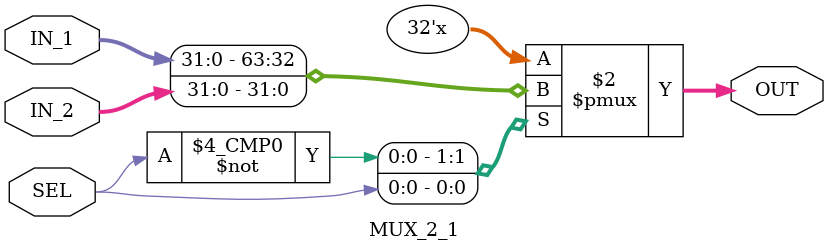
<source format=sv>
module MUX_2_1#(parameter N=32)
	       ( input  logic [N-1:0]IN_1,
	     	 input  logic [N-1:0]IN_2,
		 input  logic SEL,
		 output logic [N-1:0]OUT
            	);

always_comb begin
	case (SEL)
		0: OUT = IN_1;
		1: OUT = IN_2;
	endcase
end


endmodule
</source>
